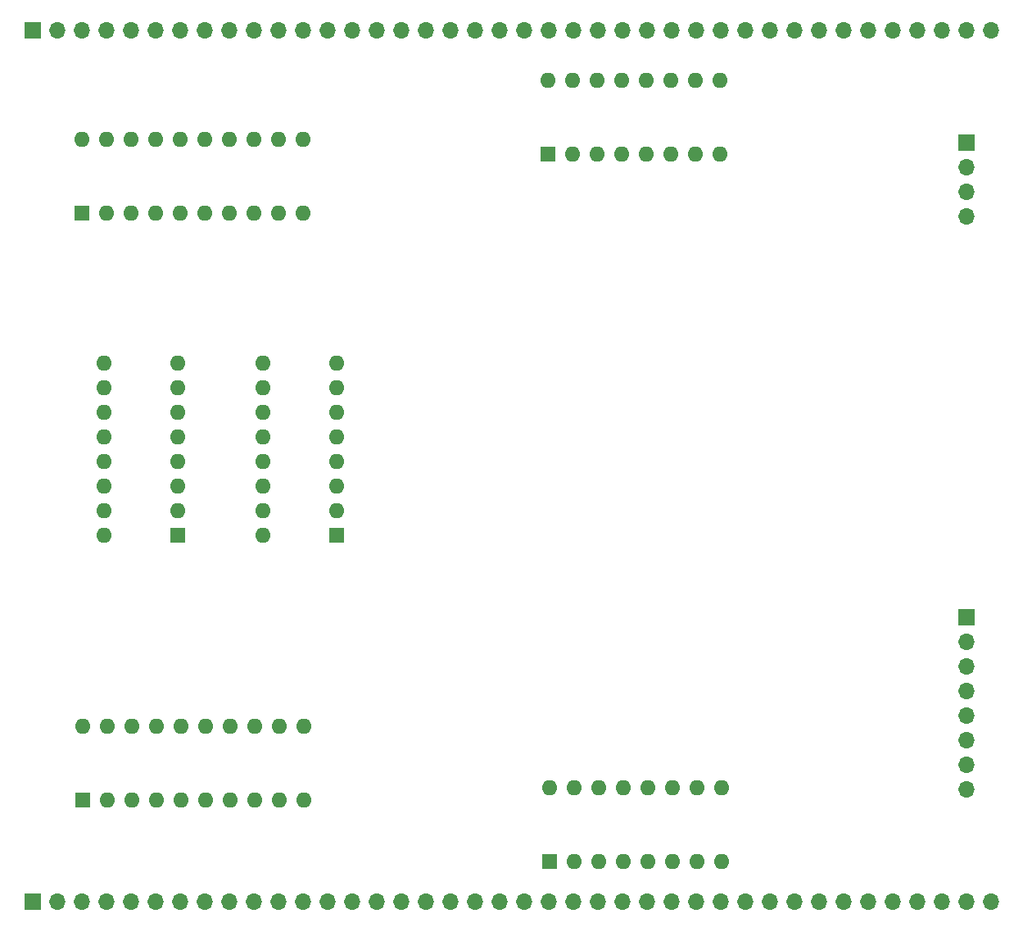
<source format=gbs>
G04 #@! TF.GenerationSoftware,KiCad,Pcbnew,(5.1.9)-1*
G04 #@! TF.CreationDate,2022-07-23T11:43:12-04:00*
G04 #@! TF.ProjectId,d-register,642d7265-6769-4737-9465-722e6b696361,2.0*
G04 #@! TF.SameCoordinates,Original*
G04 #@! TF.FileFunction,Soldermask,Bot*
G04 #@! TF.FilePolarity,Negative*
%FSLAX46Y46*%
G04 Gerber Fmt 4.6, Leading zero omitted, Abs format (unit mm)*
G04 Created by KiCad (PCBNEW (5.1.9)-1) date 2022-07-23 11:43:12*
%MOMM*%
%LPD*%
G01*
G04 APERTURE LIST*
%ADD10O,1.700000X1.700000*%
%ADD11R,1.700000X1.700000*%
%ADD12O,1.600000X1.600000*%
%ADD13R,1.600000X1.600000*%
G04 APERTURE END LIST*
D10*
X182900000Y-65220000D03*
X182900000Y-62680000D03*
X182900000Y-60140000D03*
D11*
X182900000Y-57600000D03*
D12*
X91500000Y-57280000D03*
X114360000Y-64900000D03*
X94040000Y-57280000D03*
X111820000Y-64900000D03*
X96580000Y-57280000D03*
X109280000Y-64900000D03*
X99120000Y-57280000D03*
X106740000Y-64900000D03*
X101660000Y-57280000D03*
X104200000Y-64900000D03*
X104200000Y-57280000D03*
X101660000Y-64900000D03*
X106740000Y-57280000D03*
X99120000Y-64900000D03*
X109280000Y-57280000D03*
X96580000Y-64900000D03*
X111820000Y-57280000D03*
X94040000Y-64900000D03*
X114360000Y-57280000D03*
D13*
X91500000Y-64900000D03*
D12*
X93780000Y-98200000D03*
X101400000Y-80420000D03*
X93780000Y-95660000D03*
X101400000Y-82960000D03*
X93780000Y-93120000D03*
X101400000Y-85500000D03*
X93780000Y-90580000D03*
X101400000Y-88040000D03*
X93780000Y-88040000D03*
X101400000Y-90580000D03*
X93780000Y-85500000D03*
X101400000Y-93120000D03*
X93780000Y-82960000D03*
X101400000Y-95660000D03*
X93780000Y-80420000D03*
D13*
X101400000Y-98200000D03*
D12*
X110180000Y-98200000D03*
X117800000Y-80420000D03*
X110180000Y-95660000D03*
X117800000Y-82960000D03*
X110180000Y-93120000D03*
X117800000Y-85500000D03*
X110180000Y-90580000D03*
X117800000Y-88040000D03*
X110180000Y-88040000D03*
X117800000Y-90580000D03*
X110180000Y-85500000D03*
X117800000Y-93120000D03*
X110180000Y-82960000D03*
X117800000Y-95660000D03*
X110180000Y-80420000D03*
D13*
X117800000Y-98200000D03*
D10*
X182900000Y-124380000D03*
X182900000Y-121840000D03*
X182900000Y-119300000D03*
X182900000Y-116760000D03*
X182900000Y-114220000D03*
X182900000Y-111680000D03*
X182900000Y-109140000D03*
D11*
X182900000Y-106600000D03*
D12*
X139800000Y-124280000D03*
X157580000Y-131900000D03*
X142340000Y-124280000D03*
X155040000Y-131900000D03*
X144880000Y-124280000D03*
X152500000Y-131900000D03*
X147420000Y-124280000D03*
X149960000Y-131900000D03*
X149960000Y-124280000D03*
X147420000Y-131900000D03*
X152500000Y-124280000D03*
X144880000Y-131900000D03*
X155040000Y-124280000D03*
X142340000Y-131900000D03*
X157580000Y-124280000D03*
D13*
X139800000Y-131900000D03*
D12*
X139700000Y-51180000D03*
X157480000Y-58800000D03*
X142240000Y-51180000D03*
X154940000Y-58800000D03*
X144780000Y-51180000D03*
X152400000Y-58800000D03*
X147320000Y-51180000D03*
X149860000Y-58800000D03*
X149860000Y-51180000D03*
X147320000Y-58800000D03*
X152400000Y-51180000D03*
X144780000Y-58800000D03*
X154940000Y-51180000D03*
X142240000Y-58800000D03*
X157480000Y-51180000D03*
D13*
X139700000Y-58800000D03*
D12*
X91600000Y-117880000D03*
X114460000Y-125500000D03*
X94140000Y-117880000D03*
X111920000Y-125500000D03*
X96680000Y-117880000D03*
X109380000Y-125500000D03*
X99220000Y-117880000D03*
X106840000Y-125500000D03*
X101760000Y-117880000D03*
X104300000Y-125500000D03*
X104300000Y-117880000D03*
X101760000Y-125500000D03*
X106840000Y-117880000D03*
X99220000Y-125500000D03*
X109380000Y-117880000D03*
X96680000Y-125500000D03*
X111920000Y-117880000D03*
X94140000Y-125500000D03*
X114460000Y-117880000D03*
D13*
X91600000Y-125500000D03*
D10*
X185460000Y-136000000D03*
X182920000Y-136000000D03*
X180380000Y-136000000D03*
X177840000Y-136000000D03*
X175300000Y-136000000D03*
X172760000Y-136000000D03*
X170220000Y-136000000D03*
X167680000Y-136000000D03*
X165140000Y-136000000D03*
X162600000Y-136000000D03*
X160060000Y-136000000D03*
X157520000Y-136000000D03*
X154980000Y-136000000D03*
X152440000Y-136000000D03*
X149900000Y-136000000D03*
X147360000Y-136000000D03*
X144820000Y-136000000D03*
X142280000Y-136000000D03*
X139740000Y-136000000D03*
X137200000Y-136000000D03*
X134660000Y-136000000D03*
X132120000Y-136000000D03*
X129580000Y-136000000D03*
X127040000Y-136000000D03*
X124500000Y-136000000D03*
X121960000Y-136000000D03*
X119420000Y-136000000D03*
X116880000Y-136000000D03*
X114340000Y-136000000D03*
X111800000Y-136000000D03*
X109260000Y-136000000D03*
X106720000Y-136000000D03*
X104180000Y-136000000D03*
X101640000Y-136000000D03*
X99100000Y-136000000D03*
X96560000Y-136000000D03*
X94020000Y-136000000D03*
X91480000Y-136000000D03*
X88940000Y-136000000D03*
D11*
X86400000Y-136000000D03*
D10*
X185460000Y-46000000D03*
X182920000Y-46000000D03*
X180380000Y-46000000D03*
X177840000Y-46000000D03*
X175300000Y-46000000D03*
X172760000Y-46000000D03*
X170220000Y-46000000D03*
X167680000Y-46000000D03*
X165140000Y-46000000D03*
X162600000Y-46000000D03*
X160060000Y-46000000D03*
X157520000Y-46000000D03*
X154980000Y-46000000D03*
X152440000Y-46000000D03*
X149900000Y-46000000D03*
X147360000Y-46000000D03*
X144820000Y-46000000D03*
X142280000Y-46000000D03*
X139740000Y-46000000D03*
X137200000Y-46000000D03*
X134660000Y-46000000D03*
X132120000Y-46000000D03*
X129580000Y-46000000D03*
X127040000Y-46000000D03*
X124500000Y-46000000D03*
X121960000Y-46000000D03*
X119420000Y-46000000D03*
X116880000Y-46000000D03*
X114340000Y-46000000D03*
X111800000Y-46000000D03*
X109260000Y-46000000D03*
X106720000Y-46000000D03*
X104180000Y-46000000D03*
X101640000Y-46000000D03*
X99100000Y-46000000D03*
X96560000Y-46000000D03*
X94020000Y-46000000D03*
X91480000Y-46000000D03*
X88940000Y-46000000D03*
D11*
X86400000Y-46000000D03*
M02*

</source>
